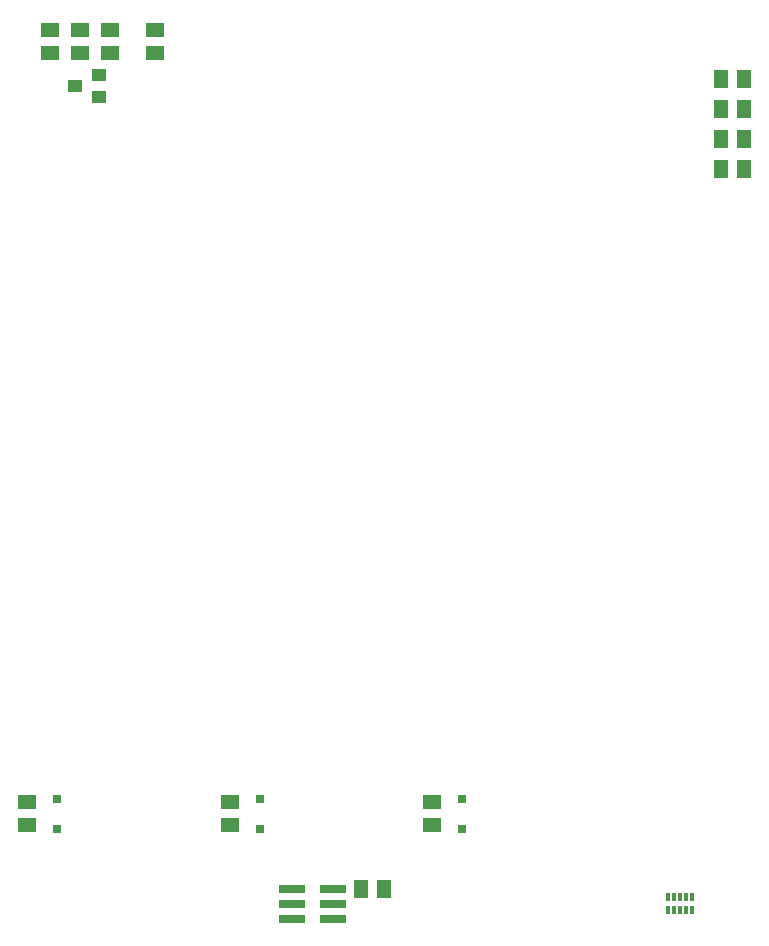
<source format=gbp>
G04 #@! TF.GenerationSoftware,KiCad,Pcbnew,(5.1.6)-1*
G04 #@! TF.CreationDate,2021-06-16T15:57:26+02:00*
G04 #@! TF.ProjectId,wall-sensor-of-room-temperature,77616c6c-2d73-4656-9e73-6f722d6f662d,rev?*
G04 #@! TF.SameCoordinates,Original*
G04 #@! TF.FileFunction,Paste,Bot*
G04 #@! TF.FilePolarity,Positive*
%FSLAX46Y46*%
G04 Gerber Fmt 4.6, Leading zero omitted, Abs format (unit mm)*
G04 Created by KiCad (PCBNEW (5.1.6)-1) date 2021-06-16 15:57:26*
%MOMM*%
%LPD*%
G01*
G04 APERTURE LIST*
%ADD10R,0.300000X0.800000*%
%ADD11R,2.200000X0.800000*%
%ADD12R,1.300000X1.500000*%
%ADD13R,1.500000X1.300000*%
%ADD14R,1.300000X1.000000*%
%ADD15R,0.800000X0.800000*%
G04 APERTURE END LIST*
D10*
X129675000Y-145955000D03*
X131175000Y-145955000D03*
X129175000Y-144875000D03*
X129675000Y-144875000D03*
X130175000Y-145955000D03*
X130675000Y-145955000D03*
X129175000Y-145955000D03*
X130175000Y-144875000D03*
X130675000Y-144875000D03*
X131175000Y-144875000D03*
D11*
X100787200Y-145415000D03*
X100787200Y-146685000D03*
X100787200Y-144145000D03*
X97332800Y-146685000D03*
X97332800Y-145415000D03*
X97332800Y-144145000D03*
D12*
X105110000Y-144145000D03*
X103170000Y-144145000D03*
X133650000Y-80645000D03*
X135590000Y-80645000D03*
D13*
X85725000Y-71420000D03*
X85725000Y-73360000D03*
X81915000Y-73360000D03*
X81915000Y-71420000D03*
D14*
X81010000Y-75250000D03*
X79010000Y-76200000D03*
X81010000Y-77150000D03*
D15*
X77470000Y-136525000D03*
X77470000Y-139065000D03*
X94615000Y-136525000D03*
X94615000Y-139065000D03*
X111760000Y-136525000D03*
X111760000Y-139065000D03*
D13*
X74930000Y-136825000D03*
X74930000Y-138765000D03*
X92075000Y-136825000D03*
X92075000Y-138765000D03*
X109220000Y-136825000D03*
X109220000Y-138765000D03*
D12*
X133650000Y-83185000D03*
X135590000Y-83185000D03*
X133650000Y-75565000D03*
X135590000Y-75565000D03*
X133650000Y-78105000D03*
X135590000Y-78105000D03*
D13*
X76835000Y-73360000D03*
X76835000Y-71420000D03*
X79375000Y-73360000D03*
X79375000Y-71420000D03*
M02*

</source>
